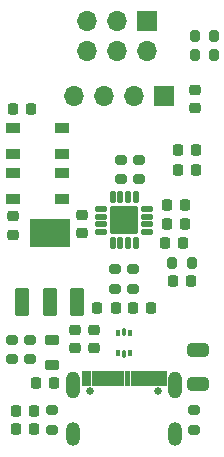
<source format=gbr>
%TF.GenerationSoftware,KiCad,Pcbnew,8.0.7*%
%TF.CreationDate,2024-12-24T16:41:46+01:00*%
%TF.ProjectId,USB2UART_PROG,55534232-5541-4525-945f-50524f472e6b,rev?*%
%TF.SameCoordinates,Original*%
%TF.FileFunction,Soldermask,Top*%
%TF.FilePolarity,Negative*%
%FSLAX46Y46*%
G04 Gerber Fmt 4.6, Leading zero omitted, Abs format (unit mm)*
G04 Created by KiCad (PCBNEW 8.0.7) date 2024-12-24 16:41:46*
%MOMM*%
%LPD*%
G01*
G04 APERTURE LIST*
G04 Aperture macros list*
%AMRoundRect*
0 Rectangle with rounded corners*
0 $1 Rounding radius*
0 $2 $3 $4 $5 $6 $7 $8 $9 X,Y pos of 4 corners*
0 Add a 4 corners polygon primitive as box body*
4,1,4,$2,$3,$4,$5,$6,$7,$8,$9,$2,$3,0*
0 Add four circle primitives for the rounded corners*
1,1,$1+$1,$2,$3*
1,1,$1+$1,$4,$5*
1,1,$1+$1,$6,$7*
1,1,$1+$1,$8,$9*
0 Add four rect primitives between the rounded corners*
20,1,$1+$1,$2,$3,$4,$5,0*
20,1,$1+$1,$4,$5,$6,$7,0*
20,1,$1+$1,$6,$7,$8,$9,0*
20,1,$1+$1,$8,$9,$2,$3,0*%
G04 Aperture macros list end*
%ADD10C,0.010000*%
%ADD11RoundRect,0.225000X0.250000X-0.225000X0.250000X0.225000X-0.250000X0.225000X-0.250000X-0.225000X0*%
%ADD12RoundRect,0.225000X0.225000X0.250000X-0.225000X0.250000X-0.225000X-0.250000X0.225000X-0.250000X0*%
%ADD13RoundRect,0.218750X0.218750X0.256250X-0.218750X0.256250X-0.218750X-0.256250X0.218750X-0.256250X0*%
%ADD14RoundRect,0.250000X0.650000X-0.325000X0.650000X0.325000X-0.650000X0.325000X-0.650000X-0.325000X0*%
%ADD15RoundRect,0.225000X-0.250000X0.225000X-0.250000X-0.225000X0.250000X-0.225000X0.250000X0.225000X0*%
%ADD16RoundRect,0.093750X0.093750X-0.156250X0.093750X0.156250X-0.093750X0.156250X-0.093750X-0.156250X0*%
%ADD17RoundRect,0.075000X0.075000X-0.250000X0.075000X0.250000X-0.075000X0.250000X-0.075000X-0.250000X0*%
%ADD18RoundRect,0.218750X0.381250X-0.218750X0.381250X0.218750X-0.381250X0.218750X-0.381250X-0.218750X0*%
%ADD19RoundRect,0.200000X-0.200000X-0.275000X0.200000X-0.275000X0.200000X0.275000X-0.200000X0.275000X0*%
%ADD20RoundRect,0.200000X0.275000X-0.200000X0.275000X0.200000X-0.275000X0.200000X-0.275000X-0.200000X0*%
%ADD21R,1.700000X1.700000*%
%ADD22O,1.700000X1.700000*%
%ADD23RoundRect,0.200000X-0.275000X0.200000X-0.275000X-0.200000X0.275000X-0.200000X0.275000X0.200000X0*%
%ADD24RoundRect,0.225000X-0.225000X-0.250000X0.225000X-0.250000X0.225000X0.250000X-0.225000X0.250000X0*%
%ADD25RoundRect,0.218750X-0.218750X-0.256250X0.218750X-0.256250X0.218750X0.256250X-0.218750X0.256250X0*%
%ADD26C,0.650000*%
%ADD27O,1.204000X2.304000*%
%ADD28O,1.204000X2.004000*%
%ADD29RoundRect,0.102000X0.475000X-1.075000X0.475000X1.075000X-0.475000X1.075000X-0.475000X-1.075000X0*%
%ADD30RoundRect,0.102000X1.625000X-1.075000X1.625000X1.075000X-1.625000X1.075000X-1.625000X-1.075000X0*%
%ADD31RoundRect,0.131000X-0.376000X-0.131000X0.376000X-0.131000X0.376000X0.131000X-0.376000X0.131000X0*%
%ADD32RoundRect,0.131000X-0.131000X-0.376000X0.131000X-0.376000X0.131000X0.376000X-0.131000X0.376000X0*%
%ADD33RoundRect,0.102000X-1.050000X-1.050000X1.050000X-1.050000X1.050000X1.050000X-1.050000X1.050000X0*%
%ADD34RoundRect,0.102000X0.525000X0.325000X-0.525000X0.325000X-0.525000X-0.325000X0.525000X-0.325000X0*%
%ADD35RoundRect,0.102000X-0.525000X-0.325000X0.525000X-0.325000X0.525000X0.325000X-0.525000X0.325000X0*%
G04 APERTURE END LIST*
D10*
%TO.C,J1*%
X135650000Y-94370000D02*
X134950000Y-94370000D01*
X134950000Y-93120000D01*
X135650000Y-93120000D01*
X135650000Y-94370000D01*
G36*
X135650000Y-94370000D02*
G01*
X134950000Y-94370000D01*
X134950000Y-93120000D01*
X135650000Y-93120000D01*
X135650000Y-94370000D01*
G37*
X136450000Y-94370000D02*
X135750000Y-94370000D01*
X135750000Y-93120000D01*
X136450000Y-93120000D01*
X136450000Y-94370000D01*
G36*
X136450000Y-94370000D02*
G01*
X135750000Y-94370000D01*
X135750000Y-93120000D01*
X136450000Y-93120000D01*
X136450000Y-94370000D01*
G37*
X136950000Y-94370000D02*
X136550000Y-94370000D01*
X136550000Y-93120000D01*
X136950000Y-93120000D01*
X136950000Y-94370000D01*
G36*
X136950000Y-94370000D02*
G01*
X136550000Y-94370000D01*
X136550000Y-93120000D01*
X136950000Y-93120000D01*
X136950000Y-94370000D01*
G37*
X137450000Y-94370000D02*
X137050000Y-94370000D01*
X137050000Y-93120000D01*
X137450000Y-93120000D01*
X137450000Y-94370000D01*
G36*
X137450000Y-94370000D02*
G01*
X137050000Y-94370000D01*
X137050000Y-93120000D01*
X137450000Y-93120000D01*
X137450000Y-94370000D01*
G37*
X137950000Y-94370000D02*
X137550000Y-94370000D01*
X137550000Y-93120000D01*
X137950000Y-93120000D01*
X137950000Y-94370000D01*
G36*
X137950000Y-94370000D02*
G01*
X137550000Y-94370000D01*
X137550000Y-93120000D01*
X137950000Y-93120000D01*
X137950000Y-94370000D01*
G37*
X138450000Y-94370000D02*
X138050000Y-94370000D01*
X138050000Y-93120000D01*
X138450000Y-93120000D01*
X138450000Y-94370000D01*
G36*
X138450000Y-94370000D02*
G01*
X138050000Y-94370000D01*
X138050000Y-93120000D01*
X138450000Y-93120000D01*
X138450000Y-94370000D01*
G37*
X138950000Y-94370000D02*
X138550000Y-94370000D01*
X138550000Y-93120000D01*
X138950000Y-93120000D01*
X138950000Y-94370000D01*
G36*
X138950000Y-94370000D02*
G01*
X138550000Y-94370000D01*
X138550000Y-93120000D01*
X138950000Y-93120000D01*
X138950000Y-94370000D01*
G37*
X139450000Y-94370000D02*
X139050000Y-94370000D01*
X139050000Y-93120000D01*
X139450000Y-93120000D01*
X139450000Y-94370000D01*
G36*
X139450000Y-94370000D02*
G01*
X139050000Y-94370000D01*
X139050000Y-93120000D01*
X139450000Y-93120000D01*
X139450000Y-94370000D01*
G37*
X139950000Y-94370000D02*
X139550000Y-94370000D01*
X139550000Y-93120000D01*
X139950000Y-93120000D01*
X139950000Y-94370000D01*
G36*
X139950000Y-94370000D02*
G01*
X139550000Y-94370000D01*
X139550000Y-93120000D01*
X139950000Y-93120000D01*
X139950000Y-94370000D01*
G37*
X140450000Y-94370000D02*
X140050000Y-94370000D01*
X140050000Y-93120000D01*
X140450000Y-93120000D01*
X140450000Y-94370000D01*
G36*
X140450000Y-94370000D02*
G01*
X140050000Y-94370000D01*
X140050000Y-93120000D01*
X140450000Y-93120000D01*
X140450000Y-94370000D01*
G37*
X141250000Y-94370000D02*
X140550000Y-94370000D01*
X140550000Y-93120000D01*
X141250000Y-93120000D01*
X141250000Y-94370000D01*
G36*
X141250000Y-94370000D02*
G01*
X140550000Y-94370000D01*
X140550000Y-93120000D01*
X141250000Y-93120000D01*
X141250000Y-94370000D01*
G37*
X142050000Y-94370000D02*
X141350000Y-94370000D01*
X141350000Y-93120000D01*
X142050000Y-93120000D01*
X142050000Y-94370000D01*
G36*
X142050000Y-94370000D02*
G01*
X141350000Y-94370000D01*
X141350000Y-93120000D01*
X142050000Y-93120000D01*
X142050000Y-94370000D01*
G37*
%TD*%
D11*
%TO.C,C11*%
X134924800Y-81483200D03*
X134924800Y-79933200D03*
%TD*%
D12*
%TO.C,C5*%
X132575000Y-94200000D03*
X131025000Y-94200000D03*
%TD*%
D13*
%TO.C,D4*%
X144602300Y-74422000D03*
X143027300Y-74422000D03*
%TD*%
D14*
%TO.C,C1*%
X144800000Y-94275000D03*
X144800000Y-91325000D03*
%TD*%
D15*
%TO.C,C12*%
X129082800Y-80047800D03*
X129082800Y-81597800D03*
%TD*%
D16*
%TO.C,U2*%
X137962500Y-91650000D03*
D17*
X138500000Y-91725000D03*
D16*
X139037500Y-91650000D03*
X139037500Y-89950000D03*
D17*
X138500000Y-89875000D03*
D16*
X137962500Y-89950000D03*
%TD*%
D18*
%TO.C,FB1*%
X132400000Y-92662500D03*
X132400000Y-90537500D03*
%TD*%
D19*
%TO.C,R11*%
X142583400Y-83972400D03*
X144233400Y-83972400D03*
%TD*%
D13*
%TO.C,D2*%
X144602300Y-76098400D03*
X143027300Y-76098400D03*
%TD*%
D15*
%TO.C,C9*%
X135915200Y-89649000D03*
X135915200Y-91199000D03*
%TD*%
D20*
%TO.C,R10*%
X138226800Y-76923400D03*
X138226800Y-75273400D03*
%TD*%
D21*
%TO.C,J2*%
X141849000Y-69850000D03*
D22*
X139309000Y-69850000D03*
X136769000Y-69850000D03*
X134229000Y-69850000D03*
%TD*%
D12*
%TO.C,C6*%
X137775000Y-87837500D03*
X136225000Y-87837500D03*
%TD*%
D19*
%TO.C,R8*%
X144463000Y-64770000D03*
X146113000Y-64770000D03*
%TD*%
D13*
%TO.C,D1*%
X130886300Y-96520000D03*
X129311300Y-96520000D03*
%TD*%
D23*
%TO.C,R5*%
X130556000Y-90501200D03*
X130556000Y-92151200D03*
%TD*%
D24*
%TO.C,C4*%
X142100000Y-79100000D03*
X143650000Y-79100000D03*
%TD*%
D25*
%TO.C,D5*%
X142633100Y-85496400D03*
X144208100Y-85496400D03*
%TD*%
D15*
%TO.C,C10*%
X134315200Y-89649000D03*
X134315200Y-91199000D03*
%TD*%
D21*
%TO.C,J3*%
X140462000Y-63500000D03*
D22*
X140462000Y-66040000D03*
X137922000Y-63500000D03*
X137922000Y-66040000D03*
X135382000Y-63500000D03*
X135382000Y-66040000D03*
%TD*%
D26*
%TO.C,J1*%
X135610000Y-94820000D03*
X141390000Y-94820000D03*
D27*
X134180000Y-94320000D03*
X142820000Y-94320000D03*
D28*
X134180000Y-98500000D03*
X142820000Y-98500000D03*
%TD*%
D13*
%TO.C,D3*%
X130886300Y-98094800D03*
X129311300Y-98094800D03*
%TD*%
D24*
%TO.C,C3*%
X141950000Y-82300000D03*
X143500000Y-82300000D03*
%TD*%
D15*
%TO.C,C8*%
X144475200Y-69366800D03*
X144475200Y-70916800D03*
%TD*%
D24*
%TO.C,C2*%
X142125000Y-80700000D03*
X143675000Y-80700000D03*
%TD*%
D29*
%TO.C,U3*%
X129900000Y-87300000D03*
X132200000Y-87300000D03*
X134500000Y-87300000D03*
D30*
X132200000Y-81500000D03*
%TD*%
D31*
%TO.C,U1*%
X136550000Y-79412500D03*
X136550000Y-80062500D03*
X136550000Y-80712500D03*
X136550000Y-81362500D03*
D32*
X137525000Y-82337500D03*
X138175000Y-82337500D03*
X138825000Y-82337500D03*
X139475000Y-82337500D03*
D31*
X140450000Y-81362500D03*
X140450000Y-80712500D03*
X140450000Y-80062500D03*
X140450000Y-79412500D03*
D32*
X139475000Y-78437500D03*
X138825000Y-78437500D03*
X138175000Y-78437500D03*
X137525000Y-78437500D03*
D33*
X138500000Y-80387500D03*
%TD*%
D19*
%TO.C,R7*%
X144463000Y-66421000D03*
X146113000Y-66421000D03*
%TD*%
D20*
%TO.C,R6*%
X139801600Y-76911200D03*
X139801600Y-75261200D03*
%TD*%
D34*
%TO.C,SW2*%
X133240600Y-78545000D03*
X129090600Y-78545000D03*
X133240600Y-76395000D03*
X129090600Y-76395000D03*
%TD*%
D35*
%TO.C,SW1*%
X129074500Y-72585000D03*
X133224500Y-72585000D03*
X129074500Y-74735000D03*
X133224500Y-74735000D03*
%TD*%
D24*
%TO.C,C7*%
X139225000Y-87837500D03*
X140775000Y-87837500D03*
%TD*%
D23*
%TO.C,R1*%
X144400000Y-96450000D03*
X144400000Y-98100000D03*
%TD*%
D20*
%TO.C,R3*%
X137750000Y-86162500D03*
X137750000Y-84512500D03*
%TD*%
D24*
%TO.C,C13*%
X129056800Y-70967600D03*
X130606800Y-70967600D03*
%TD*%
D20*
%TO.C,R4*%
X139250000Y-86162500D03*
X139250000Y-84512500D03*
%TD*%
D23*
%TO.C,R9*%
X128981200Y-90513400D03*
X128981200Y-92163400D03*
%TD*%
%TO.C,R2*%
X132400000Y-96475000D03*
X132400000Y-98125000D03*
%TD*%
M02*

</source>
